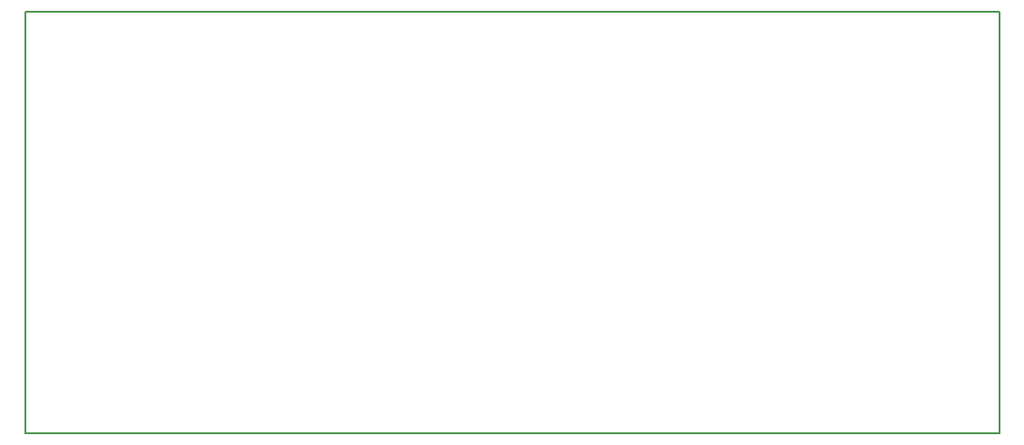
<source format=gbr>
G04 #@! TF.GenerationSoftware,KiCad,Pcbnew,(5.0.2)-1*
G04 #@! TF.CreationDate,2019-05-19T15:52:53+03:00*
G04 #@! TF.ProjectId,Skanas_frekvences_noteiksana,536b616e-6173-45f6-9672-656b76656e63,rev?*
G04 #@! TF.SameCoordinates,Original*
G04 #@! TF.FileFunction,Profile,NP*
%FSLAX46Y46*%
G04 Gerber Fmt 4.6, Leading zero omitted, Abs format (unit mm)*
G04 Created by KiCad (PCBNEW (5.0.2)-1) date 5/19/2019 15:52:53*
%MOMM*%
%LPD*%
G01*
G04 APERTURE LIST*
%ADD10C,0.150000*%
G04 APERTURE END LIST*
D10*
X129000000Y-64000000D02*
X220000000Y-64000000D01*
X220000000Y-103500000D02*
X220000000Y-64000000D01*
X129000000Y-103500000D02*
X220000000Y-103500000D01*
X129000000Y-64000000D02*
X129000000Y-103500000D01*
M02*

</source>
